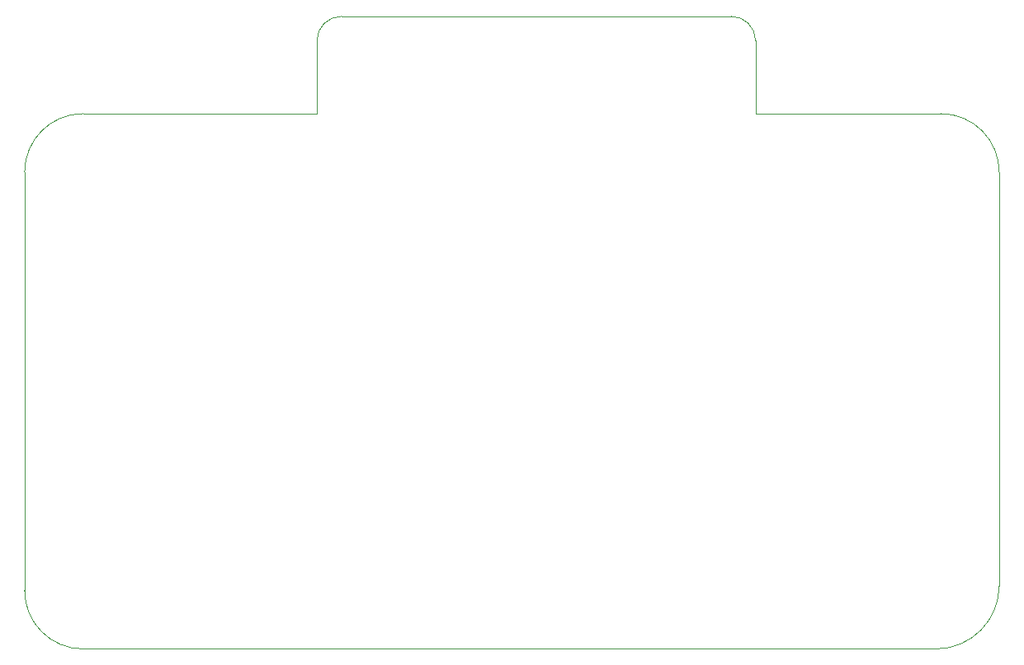
<source format=gbr>
G04 #@! TF.GenerationSoftware,KiCad,Pcbnew,5.1.6-c6e7f7d~87~ubuntu18.04.1*
G04 #@! TF.CreationDate,2021-01-06T16:55:31+00:00*
G04 #@! TF.ProjectId,multi-smtpa_linear,6d756c74-692d-4736-9d74-70615f6c696e,rev?*
G04 #@! TF.SameCoordinates,Original*
G04 #@! TF.FileFunction,Profile,NP*
%FSLAX46Y46*%
G04 Gerber Fmt 4.6, Leading zero omitted, Abs format (unit mm)*
G04 Created by KiCad (PCBNEW 5.1.6-c6e7f7d~87~ubuntu18.04.1) date 2021-01-06 16:55:31*
%MOMM*%
%LPD*%
G01*
G04 APERTURE LIST*
G04 #@! TA.AperFunction,Profile*
%ADD10C,0.050000*%
G04 #@! TD*
G04 APERTURE END LIST*
D10*
X106000000Y-105000000D02*
X193500000Y-105000000D01*
X130000000Y-42500000D02*
G75*
G02*
X132500000Y-40000000I2500000J0D01*
G01*
X172500000Y-40000000D02*
G75*
G02*
X175000000Y-42500000I0J-2500000D01*
G01*
X175000000Y-50000000D02*
X194000000Y-50000000D01*
X175000000Y-42500000D02*
X175000000Y-50000000D01*
X150000000Y-40000000D02*
X172500000Y-40000000D01*
X130000000Y-50000000D02*
X130000000Y-42500000D01*
X132500000Y-40000000D02*
X150000000Y-40000000D01*
X100000000Y-56000000D02*
X100000000Y-99000000D01*
X106000000Y-105000000D02*
G75*
G02*
X100000000Y-99000000I0J6000000D01*
G01*
X100000000Y-56000000D02*
G75*
G02*
X106000000Y-50000000I6000000J0D01*
G01*
X200000000Y-98500000D02*
G75*
G02*
X193500000Y-105000000I-6500000J0D01*
G01*
X194000000Y-50000000D02*
G75*
G02*
X200000000Y-56000000I0J-6000000D01*
G01*
X200000000Y-98500000D02*
X200000000Y-56000000D01*
X130000000Y-50000000D02*
X106000000Y-50000000D01*
M02*

</source>
